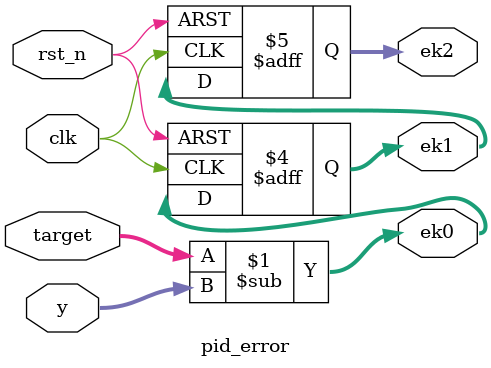
<source format=v>
module  pid_error(
	//system signals
	input		clk						, // 时钟信号
	input		rst_n					, // 复位信号，低电平有效
	input		signed [15:0]		target	, // 目标值
	input		signed [15:0]		   y	, // 实际输出值
	output		signed [15:0]		  ek0	, // e(k)
	output		reg	 signed [15:0]		  ek1	, // e(k-1)
	output		reg	 signed [15:0]		  ek2	  // e(k-2)
);
 
assign ek0 = target - y; // 计算e(k)
 
always @ (posedge clk or negedge rst_n) begin
	if(!rst_n) begin // 初始化误差值
		ek1 <= 10'd0;
		ek2 <= 10'd0;
	end 	
	else begin
		ek1 <= ek0; // 延时一个时钟周期，得到e(k-1)
        ek2 <= ek1; // 再延时一个时钟周期，得到e(k-2) 
	end	   
end
endmodule
</source>
